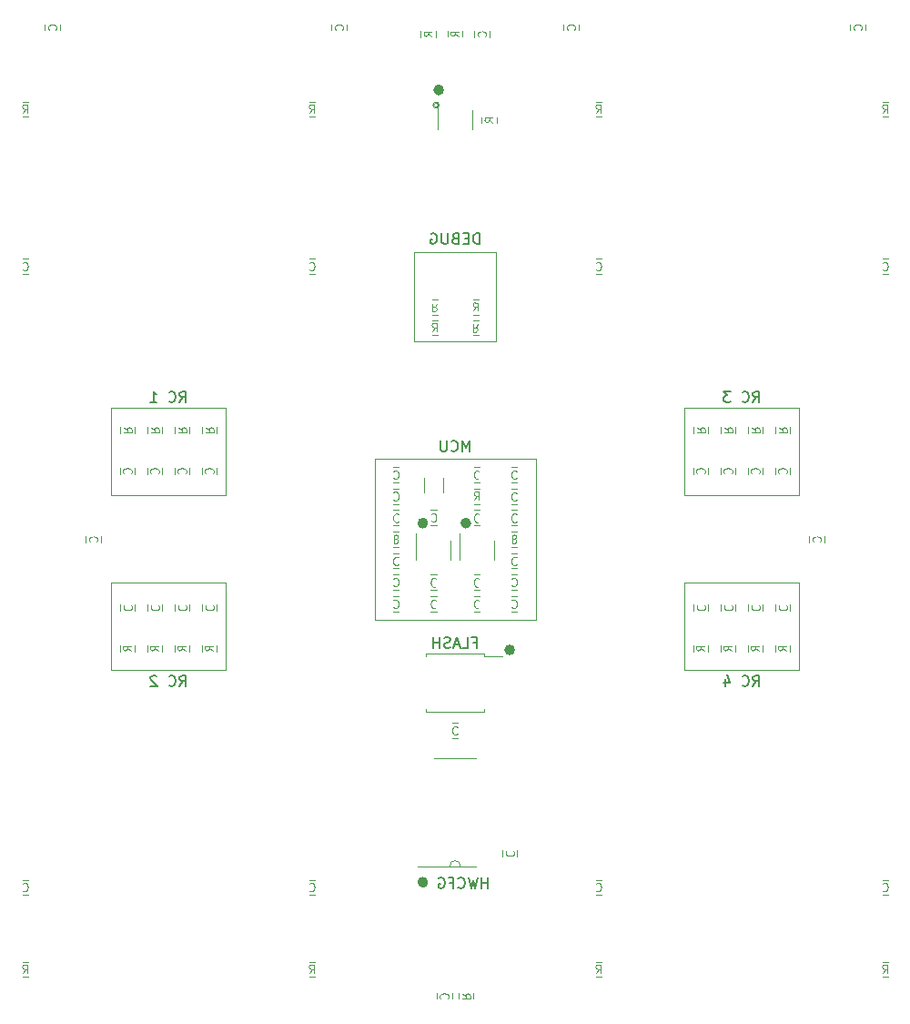
<source format=gbr>
G04 #@! TF.GenerationSoftware,KiCad,Pcbnew,(5.1.2)-2*
G04 #@! TF.CreationDate,2019-09-05T19:51:27+02:00*
G04 #@! TF.ProjectId,PBF4,50424634-2e6b-4696-9361-645f70636258,rev?*
G04 #@! TF.SameCoordinates,Original*
G04 #@! TF.FileFunction,Legend,Bot*
G04 #@! TF.FilePolarity,Positive*
%FSLAX46Y46*%
G04 Gerber Fmt 4.6, Leading zero omitted, Abs format (unit mm)*
G04 Created by KiCad (PCBNEW (5.1.2)-2) date 2019-09-05 19:51:27*
%MOMM*%
%LPD*%
G04 APERTURE LIST*
%ADD10C,0.150000*%
%ADD11C,0.120000*%
%ADD12C,0.500000*%
G04 APERTURE END LIST*
D10*
X102238095Y-72512380D02*
X102238095Y-71512380D01*
X102000000Y-71512380D01*
X101857142Y-71560000D01*
X101761904Y-71655238D01*
X101714285Y-71750476D01*
X101666666Y-71940952D01*
X101666666Y-72083809D01*
X101714285Y-72274285D01*
X101761904Y-72369523D01*
X101857142Y-72464761D01*
X102000000Y-72512380D01*
X102238095Y-72512380D01*
X101238095Y-71988571D02*
X100904761Y-71988571D01*
X100761904Y-72512380D02*
X101238095Y-72512380D01*
X101238095Y-71512380D01*
X100761904Y-71512380D01*
X100000000Y-71988571D02*
X99857142Y-72036190D01*
X99809523Y-72083809D01*
X99761904Y-72179047D01*
X99761904Y-72321904D01*
X99809523Y-72417142D01*
X99857142Y-72464761D01*
X99952380Y-72512380D01*
X100333333Y-72512380D01*
X100333333Y-71512380D01*
X100000000Y-71512380D01*
X99904761Y-71560000D01*
X99857142Y-71607619D01*
X99809523Y-71702857D01*
X99809523Y-71798095D01*
X99857142Y-71893333D01*
X99904761Y-71940952D01*
X100000000Y-71988571D01*
X100333333Y-71988571D01*
X99333333Y-71512380D02*
X99333333Y-72321904D01*
X99285714Y-72417142D01*
X99238095Y-72464761D01*
X99142857Y-72512380D01*
X98952380Y-72512380D01*
X98857142Y-72464761D01*
X98809523Y-72417142D01*
X98761904Y-72321904D01*
X98761904Y-71512380D01*
X97761904Y-71560000D02*
X97857142Y-71512380D01*
X98000000Y-71512380D01*
X98142857Y-71560000D01*
X98238095Y-71655238D01*
X98285714Y-71750476D01*
X98333333Y-71940952D01*
X98333333Y-72083809D01*
X98285714Y-72274285D01*
X98238095Y-72369523D01*
X98142857Y-72464761D01*
X98000000Y-72512380D01*
X97904761Y-72512380D01*
X97761904Y-72464761D01*
X97714285Y-72417142D01*
X97714285Y-72083809D01*
X97904761Y-72083809D01*
D11*
X103810000Y-73330000D02*
X96190000Y-73330000D01*
X103810000Y-81585000D02*
X103810000Y-73330000D01*
X96190000Y-81585000D02*
X103810000Y-81585000D01*
X96190000Y-73330000D02*
X96190000Y-81585000D01*
D10*
X101690476Y-109580571D02*
X102023809Y-109580571D01*
X102023809Y-110104380D02*
X102023809Y-109104380D01*
X101547619Y-109104380D01*
X100690476Y-110104380D02*
X101166666Y-110104380D01*
X101166666Y-109104380D01*
X100404761Y-109818666D02*
X99928571Y-109818666D01*
X100500000Y-110104380D02*
X100166666Y-109104380D01*
X99833333Y-110104380D01*
X99547619Y-110056761D02*
X99404761Y-110104380D01*
X99166666Y-110104380D01*
X99071428Y-110056761D01*
X99023809Y-110009142D01*
X98976190Y-109913904D01*
X98976190Y-109818666D01*
X99023809Y-109723428D01*
X99071428Y-109675809D01*
X99166666Y-109628190D01*
X99357142Y-109580571D01*
X99452380Y-109532952D01*
X99500000Y-109485333D01*
X99547619Y-109390095D01*
X99547619Y-109294857D01*
X99500000Y-109199619D01*
X99452380Y-109152000D01*
X99357142Y-109104380D01*
X99119047Y-109104380D01*
X98976190Y-109152000D01*
X98547619Y-110104380D02*
X98547619Y-109104380D01*
X98547619Y-109580571D02*
X97976190Y-109580571D01*
X97976190Y-110104380D02*
X97976190Y-109104380D01*
X103047714Y-132456380D02*
X103047714Y-131456380D01*
X103047714Y-131932571D02*
X102476285Y-131932571D01*
X102476285Y-132456380D02*
X102476285Y-131456380D01*
X102095333Y-131456380D02*
X101857238Y-132456380D01*
X101666761Y-131742095D01*
X101476285Y-132456380D01*
X101238190Y-131456380D01*
X100285809Y-132361142D02*
X100333428Y-132408761D01*
X100476285Y-132456380D01*
X100571523Y-132456380D01*
X100714380Y-132408761D01*
X100809619Y-132313523D01*
X100857238Y-132218285D01*
X100904857Y-132027809D01*
X100904857Y-131884952D01*
X100857238Y-131694476D01*
X100809619Y-131599238D01*
X100714380Y-131504000D01*
X100571523Y-131456380D01*
X100476285Y-131456380D01*
X100333428Y-131504000D01*
X100285809Y-131551619D01*
X99523904Y-131932571D02*
X99857238Y-131932571D01*
X99857238Y-132456380D02*
X99857238Y-131456380D01*
X99381047Y-131456380D01*
X98476285Y-131504000D02*
X98571523Y-131456380D01*
X98714380Y-131456380D01*
X98857238Y-131504000D01*
X98952476Y-131599238D01*
X99000095Y-131694476D01*
X99047714Y-131884952D01*
X99047714Y-132027809D01*
X99000095Y-132218285D01*
X98952476Y-132313523D01*
X98857238Y-132408761D01*
X98714380Y-132456380D01*
X98619142Y-132456380D01*
X98476285Y-132408761D01*
X98428666Y-132361142D01*
X98428666Y-132027809D01*
X98619142Y-132027809D01*
X127717619Y-113660380D02*
X128050952Y-113184190D01*
X128289047Y-113660380D02*
X128289047Y-112660380D01*
X127908095Y-112660380D01*
X127812857Y-112708000D01*
X127765238Y-112755619D01*
X127717619Y-112850857D01*
X127717619Y-112993714D01*
X127765238Y-113088952D01*
X127812857Y-113136571D01*
X127908095Y-113184190D01*
X128289047Y-113184190D01*
X126717619Y-113565142D02*
X126765238Y-113612761D01*
X126908095Y-113660380D01*
X127003333Y-113660380D01*
X127146190Y-113612761D01*
X127241428Y-113517523D01*
X127289047Y-113422285D01*
X127336666Y-113231809D01*
X127336666Y-113088952D01*
X127289047Y-112898476D01*
X127241428Y-112803238D01*
X127146190Y-112708000D01*
X127003333Y-112660380D01*
X126908095Y-112660380D01*
X126765238Y-112708000D01*
X126717619Y-112755619D01*
X125098571Y-112993714D02*
X125098571Y-113660380D01*
X125336666Y-112612761D02*
X125574761Y-113327047D01*
X124955714Y-113327047D01*
X127717619Y-87244380D02*
X128050952Y-86768190D01*
X128289047Y-87244380D02*
X128289047Y-86244380D01*
X127908095Y-86244380D01*
X127812857Y-86292000D01*
X127765238Y-86339619D01*
X127717619Y-86434857D01*
X127717619Y-86577714D01*
X127765238Y-86672952D01*
X127812857Y-86720571D01*
X127908095Y-86768190D01*
X128289047Y-86768190D01*
X126717619Y-87149142D02*
X126765238Y-87196761D01*
X126908095Y-87244380D01*
X127003333Y-87244380D01*
X127146190Y-87196761D01*
X127241428Y-87101523D01*
X127289047Y-87006285D01*
X127336666Y-86815809D01*
X127336666Y-86672952D01*
X127289047Y-86482476D01*
X127241428Y-86387238D01*
X127146190Y-86292000D01*
X127003333Y-86244380D01*
X126908095Y-86244380D01*
X126765238Y-86292000D01*
X126717619Y-86339619D01*
X125622380Y-86244380D02*
X125003333Y-86244380D01*
X125336666Y-86625333D01*
X125193809Y-86625333D01*
X125098571Y-86672952D01*
X125050952Y-86720571D01*
X125003333Y-86815809D01*
X125003333Y-87053904D01*
X125050952Y-87149142D01*
X125098571Y-87196761D01*
X125193809Y-87244380D01*
X125479523Y-87244380D01*
X125574761Y-87196761D01*
X125622380Y-87149142D01*
X74377619Y-113660380D02*
X74710952Y-113184190D01*
X74949047Y-113660380D02*
X74949047Y-112660380D01*
X74568095Y-112660380D01*
X74472857Y-112708000D01*
X74425238Y-112755619D01*
X74377619Y-112850857D01*
X74377619Y-112993714D01*
X74425238Y-113088952D01*
X74472857Y-113136571D01*
X74568095Y-113184190D01*
X74949047Y-113184190D01*
X73377619Y-113565142D02*
X73425238Y-113612761D01*
X73568095Y-113660380D01*
X73663333Y-113660380D01*
X73806190Y-113612761D01*
X73901428Y-113517523D01*
X73949047Y-113422285D01*
X73996666Y-113231809D01*
X73996666Y-113088952D01*
X73949047Y-112898476D01*
X73901428Y-112803238D01*
X73806190Y-112708000D01*
X73663333Y-112660380D01*
X73568095Y-112660380D01*
X73425238Y-112708000D01*
X73377619Y-112755619D01*
X72234761Y-112755619D02*
X72187142Y-112708000D01*
X72091904Y-112660380D01*
X71853809Y-112660380D01*
X71758571Y-112708000D01*
X71710952Y-112755619D01*
X71663333Y-112850857D01*
X71663333Y-112946095D01*
X71710952Y-113088952D01*
X72282380Y-113660380D01*
X71663333Y-113660380D01*
X74377619Y-87244380D02*
X74710952Y-86768190D01*
X74949047Y-87244380D02*
X74949047Y-86244380D01*
X74568095Y-86244380D01*
X74472857Y-86292000D01*
X74425238Y-86339619D01*
X74377619Y-86434857D01*
X74377619Y-86577714D01*
X74425238Y-86672952D01*
X74472857Y-86720571D01*
X74568095Y-86768190D01*
X74949047Y-86768190D01*
X73377619Y-87149142D02*
X73425238Y-87196761D01*
X73568095Y-87244380D01*
X73663333Y-87244380D01*
X73806190Y-87196761D01*
X73901428Y-87101523D01*
X73949047Y-87006285D01*
X73996666Y-86815809D01*
X73996666Y-86672952D01*
X73949047Y-86482476D01*
X73901428Y-86387238D01*
X73806190Y-86292000D01*
X73663333Y-86244380D01*
X73568095Y-86244380D01*
X73425238Y-86292000D01*
X73377619Y-86339619D01*
X71663333Y-87244380D02*
X72234761Y-87244380D01*
X71949047Y-87244380D02*
X71949047Y-86244380D01*
X72044285Y-86387238D01*
X72139523Y-86482476D01*
X72234761Y-86530095D01*
X101357142Y-91816380D02*
X101357142Y-90816380D01*
X101023809Y-91530666D01*
X100690476Y-90816380D01*
X100690476Y-91816380D01*
X99642857Y-91721142D02*
X99690476Y-91768761D01*
X99833333Y-91816380D01*
X99928571Y-91816380D01*
X100071428Y-91768761D01*
X100166666Y-91673523D01*
X100214285Y-91578285D01*
X100261904Y-91387809D01*
X100261904Y-91244952D01*
X100214285Y-91054476D01*
X100166666Y-90959238D01*
X100071428Y-90864000D01*
X99928571Y-90816380D01*
X99833333Y-90816380D01*
X99690476Y-90864000D01*
X99642857Y-90911619D01*
X99214285Y-90816380D02*
X99214285Y-91625904D01*
X99166666Y-91721142D01*
X99119047Y-91768761D01*
X99023809Y-91816380D01*
X98833333Y-91816380D01*
X98738095Y-91768761D01*
X98690476Y-91721142D01*
X98642857Y-91625904D01*
X98642857Y-90816380D01*
D11*
X121336000Y-112192000D02*
X121336000Y-104064000D01*
X132004000Y-112192000D02*
X121336000Y-112192000D01*
X132004000Y-104064000D02*
X132004000Y-112192000D01*
X121336000Y-104064000D02*
X132004000Y-104064000D01*
X121336000Y-95936000D02*
X121336000Y-87808000D01*
X132004000Y-95936000D02*
X121336000Y-95936000D01*
X132004000Y-87808000D02*
X132004000Y-95936000D01*
X121336000Y-87808000D02*
X132004000Y-87808000D01*
X67996000Y-104064000D02*
X67996000Y-112192000D01*
X78664000Y-104064000D02*
X67996000Y-104064000D01*
X78664000Y-112192000D02*
X78664000Y-104064000D01*
X67996000Y-112192000D02*
X78664000Y-112192000D01*
X67996000Y-95936000D02*
X67996000Y-87808000D01*
X78664000Y-95936000D02*
X67996000Y-95936000D01*
X78664000Y-87808000D02*
X78664000Y-95936000D01*
X67996000Y-87808000D02*
X78664000Y-87808000D01*
X92500000Y-107500000D02*
X92500000Y-92500000D01*
X107500000Y-107500000D02*
X92500000Y-107500000D01*
X107500000Y-92500000D02*
X107500000Y-107500000D01*
X92500000Y-92500000D02*
X107500000Y-92500000D01*
X98505981Y-59614000D02*
G75*
G03X98505981Y-59614000I-283981J0D01*
G01*
X98401605Y-59614000D02*
G75*
G03X98401605Y-59614000I-179605J0D01*
G01*
X62662000Y-52146400D02*
X62535000Y-52121000D01*
X62814400Y-52197200D02*
X62662000Y-52146400D01*
X62916000Y-52324200D02*
X62814400Y-52197200D01*
X62916000Y-52476600D02*
X62916000Y-52324200D01*
X62839800Y-52603600D02*
X62916000Y-52476600D01*
X62382600Y-52146400D02*
X62509600Y-52121000D01*
X62230200Y-52197200D02*
X62382600Y-52146400D01*
X62128600Y-52324200D02*
X62230200Y-52197200D01*
X62128600Y-52476600D02*
X62128600Y-52324200D01*
X62204800Y-52603600D02*
X62128600Y-52476600D01*
X63245000Y-52116422D02*
X63245000Y-52633578D01*
X61825000Y-52116422D02*
X61825000Y-52633578D01*
X140233600Y-132512000D02*
X140259000Y-132385000D01*
X140182800Y-132664400D02*
X140233600Y-132512000D01*
X140055800Y-132766000D02*
X140182800Y-132664400D01*
X139903400Y-132766000D02*
X140055800Y-132766000D01*
X139776400Y-132689800D02*
X139903400Y-132766000D01*
X140233600Y-132232600D02*
X140259000Y-132359600D01*
X140182800Y-132080200D02*
X140233600Y-132232600D01*
X140055800Y-131978600D02*
X140182800Y-132080200D01*
X139903400Y-131978600D02*
X140055800Y-131978600D01*
X139776400Y-132054800D02*
X139903400Y-131978600D01*
X140263578Y-133095000D02*
X139746422Y-133095000D01*
X140263578Y-131675000D02*
X139746422Y-131675000D01*
X140233600Y-74727000D02*
X140259000Y-74600000D01*
X140182800Y-74879400D02*
X140233600Y-74727000D01*
X140055800Y-74981000D02*
X140182800Y-74879400D01*
X139903400Y-74981000D02*
X140055800Y-74981000D01*
X139776400Y-74904800D02*
X139903400Y-74981000D01*
X140233600Y-74447600D02*
X140259000Y-74574600D01*
X140182800Y-74295200D02*
X140233600Y-74447600D01*
X140055800Y-74193600D02*
X140182800Y-74295200D01*
X139903400Y-74193600D02*
X140055800Y-74193600D01*
X139776400Y-74269800D02*
X139903400Y-74193600D01*
X140263578Y-75310000D02*
X139746422Y-75310000D01*
X140263578Y-73890000D02*
X139746422Y-73890000D01*
X137592000Y-52146400D02*
X137465000Y-52121000D01*
X137744400Y-52197200D02*
X137592000Y-52146400D01*
X137846000Y-52324200D02*
X137744400Y-52197200D01*
X137846000Y-52476600D02*
X137846000Y-52324200D01*
X137769800Y-52603600D02*
X137846000Y-52476600D01*
X137312600Y-52146400D02*
X137439600Y-52121000D01*
X137160200Y-52197200D02*
X137312600Y-52146400D01*
X137058600Y-52324200D02*
X137160200Y-52197200D01*
X137058600Y-52476600D02*
X137058600Y-52324200D01*
X137134800Y-52603600D02*
X137058600Y-52476600D01*
X138175000Y-52116422D02*
X138175000Y-52633578D01*
X136755000Y-52116422D02*
X136755000Y-52633578D01*
X113563600Y-132512000D02*
X113589000Y-132385000D01*
X113512800Y-132664400D02*
X113563600Y-132512000D01*
X113385800Y-132766000D02*
X113512800Y-132664400D01*
X113233400Y-132766000D02*
X113385800Y-132766000D01*
X113106400Y-132689800D02*
X113233400Y-132766000D01*
X113563600Y-132232600D02*
X113589000Y-132359600D01*
X113512800Y-132080200D02*
X113563600Y-132232600D01*
X113385800Y-131978600D02*
X113512800Y-132080200D01*
X113233400Y-131978600D02*
X113385800Y-131978600D01*
X113106400Y-132054800D02*
X113233400Y-131978600D01*
X113593578Y-133095000D02*
X113076422Y-133095000D01*
X113593578Y-131675000D02*
X113076422Y-131675000D01*
X113563600Y-74727000D02*
X113589000Y-74600000D01*
X113512800Y-74879400D02*
X113563600Y-74727000D01*
X113385800Y-74981000D02*
X113512800Y-74879400D01*
X113233400Y-74981000D02*
X113385800Y-74981000D01*
X113106400Y-74904800D02*
X113233400Y-74981000D01*
X113563600Y-74447600D02*
X113589000Y-74574600D01*
X113512800Y-74295200D02*
X113563600Y-74447600D01*
X113385800Y-74193600D02*
X113512800Y-74295200D01*
X113233400Y-74193600D02*
X113385800Y-74193600D01*
X113106400Y-74269800D02*
X113233400Y-74193600D01*
X113593578Y-75310000D02*
X113076422Y-75310000D01*
X113593578Y-73890000D02*
X113076422Y-73890000D01*
X110922000Y-52146400D02*
X110795000Y-52121000D01*
X111074400Y-52197200D02*
X110922000Y-52146400D01*
X111176000Y-52324200D02*
X111074400Y-52197200D01*
X111176000Y-52476600D02*
X111176000Y-52324200D01*
X111099800Y-52603600D02*
X111176000Y-52476600D01*
X110642600Y-52146400D02*
X110769600Y-52121000D01*
X110490200Y-52197200D02*
X110642600Y-52146400D01*
X110388600Y-52324200D02*
X110490200Y-52197200D01*
X110388600Y-52476600D02*
X110388600Y-52324200D01*
X110464800Y-52603600D02*
X110388600Y-52476600D01*
X111505000Y-52116422D02*
X111505000Y-52633578D01*
X110085000Y-52116422D02*
X110085000Y-52633578D01*
X86893600Y-132512000D02*
X86919000Y-132385000D01*
X86842800Y-132664400D02*
X86893600Y-132512000D01*
X86715800Y-132766000D02*
X86842800Y-132664400D01*
X86563400Y-132766000D02*
X86715800Y-132766000D01*
X86436400Y-132689800D02*
X86563400Y-132766000D01*
X86893600Y-132232600D02*
X86919000Y-132359600D01*
X86842800Y-132080200D02*
X86893600Y-132232600D01*
X86715800Y-131978600D02*
X86842800Y-132080200D01*
X86563400Y-131978600D02*
X86715800Y-131978600D01*
X86436400Y-132054800D02*
X86563400Y-131978600D01*
X86923578Y-133095000D02*
X86406422Y-133095000D01*
X86923578Y-131675000D02*
X86406422Y-131675000D01*
X86893600Y-74727000D02*
X86919000Y-74600000D01*
X86842800Y-74879400D02*
X86893600Y-74727000D01*
X86715800Y-74981000D02*
X86842800Y-74879400D01*
X86563400Y-74981000D02*
X86715800Y-74981000D01*
X86436400Y-74904800D02*
X86563400Y-74981000D01*
X86893600Y-74447600D02*
X86919000Y-74574600D01*
X86842800Y-74295200D02*
X86893600Y-74447600D01*
X86715800Y-74193600D02*
X86842800Y-74295200D01*
X86563400Y-74193600D02*
X86715800Y-74193600D01*
X86436400Y-74269800D02*
X86563400Y-74193600D01*
X86923578Y-75310000D02*
X86406422Y-75310000D01*
X86923578Y-73890000D02*
X86406422Y-73890000D01*
X89332000Y-52146400D02*
X89205000Y-52121000D01*
X89484400Y-52197200D02*
X89332000Y-52146400D01*
X89586000Y-52324200D02*
X89484400Y-52197200D01*
X89586000Y-52476600D02*
X89586000Y-52324200D01*
X89509800Y-52603600D02*
X89586000Y-52476600D01*
X89052600Y-52146400D02*
X89179600Y-52121000D01*
X88900200Y-52197200D02*
X89052600Y-52146400D01*
X88798600Y-52324200D02*
X88900200Y-52197200D01*
X88798600Y-52476600D02*
X88798600Y-52324200D01*
X88874800Y-52603600D02*
X88798600Y-52476600D01*
X89915000Y-52116422D02*
X89915000Y-52633578D01*
X88495000Y-52116422D02*
X88495000Y-52633578D01*
X60223600Y-132512000D02*
X60249000Y-132385000D01*
X60172800Y-132664400D02*
X60223600Y-132512000D01*
X60045800Y-132766000D02*
X60172800Y-132664400D01*
X59893400Y-132766000D02*
X60045800Y-132766000D01*
X59766400Y-132689800D02*
X59893400Y-132766000D01*
X60223600Y-132232600D02*
X60249000Y-132359600D01*
X60172800Y-132080200D02*
X60223600Y-132232600D01*
X60045800Y-131978600D02*
X60172800Y-132080200D01*
X59893400Y-131978600D02*
X60045800Y-131978600D01*
X59766400Y-132054800D02*
X59893400Y-131978600D01*
X60253578Y-133095000D02*
X59736422Y-133095000D01*
X60253578Y-131675000D02*
X59736422Y-131675000D01*
X60223600Y-74727000D02*
X60249000Y-74600000D01*
X60172800Y-74879400D02*
X60223600Y-74727000D01*
X60045800Y-74981000D02*
X60172800Y-74879400D01*
X59893400Y-74981000D02*
X60045800Y-74981000D01*
X59766400Y-74904800D02*
X59893400Y-74981000D01*
X60223600Y-74447600D02*
X60249000Y-74574600D01*
X60172800Y-74295200D02*
X60223600Y-74447600D01*
X60045800Y-74193600D02*
X60172800Y-74295200D01*
X59893400Y-74193600D02*
X60045800Y-74193600D01*
X59766400Y-74269800D02*
X59893400Y-74193600D01*
X60253578Y-75310000D02*
X59736422Y-75310000D01*
X60253578Y-73890000D02*
X59736422Y-73890000D01*
D12*
X105330000Y-110287000D02*
G75*
G03X105330000Y-110287000I-250000J0D01*
G01*
D11*
X102725000Y-110870000D02*
X104400000Y-110870000D01*
X102725000Y-110610000D02*
X102725000Y-110870000D01*
X100000000Y-110610000D02*
X102725000Y-110610000D01*
X97275000Y-110610000D02*
X97275000Y-110870000D01*
X100000000Y-110610000D02*
X97275000Y-110610000D01*
X102725000Y-116060000D02*
X102725000Y-115800000D01*
X100000000Y-116060000D02*
X102725000Y-116060000D01*
X97275000Y-116060000D02*
X97275000Y-115800000D01*
X100000000Y-116060000D02*
X97275000Y-116060000D01*
X97125000Y-94325000D02*
X97125000Y-95675000D01*
X98875000Y-94325000D02*
X98875000Y-95675000D01*
D12*
X98726000Y-58206000D02*
G75*
G03X98726000Y-58206000I-250000J0D01*
G01*
D11*
X98390000Y-61900000D02*
X98390000Y-59450000D01*
X101610000Y-60100000D02*
X101610000Y-61900000D01*
X97093600Y-53035400D02*
G75*
G03X97500000Y-53035400I203200J0D01*
G01*
X97830200Y-53238600D02*
X97500000Y-53010000D01*
X97500000Y-52806800D02*
X97500000Y-53035400D01*
X97093600Y-52806800D02*
X97093600Y-53086200D01*
X97830200Y-52806800D02*
X97093600Y-52806800D01*
X98210000Y-52751422D02*
X98210000Y-53268578D01*
X96790000Y-52751422D02*
X96790000Y-53268578D01*
X100500000Y-130400000D02*
G75*
G03X99500000Y-130400000I-500000J0D01*
G01*
X100000000Y-120340000D02*
X101950000Y-120340000D01*
X100000000Y-120340000D02*
X98050000Y-120340000D01*
X100000000Y-130460000D02*
X101950000Y-130460000D01*
X100000000Y-130460000D02*
X96550000Y-130460000D01*
D12*
X97250000Y-131900000D02*
G75*
G03X97250000Y-131900000I-250000J0D01*
G01*
X101250000Y-98500000D02*
G75*
G03X101250000Y-98500000I-250000J0D01*
G01*
D11*
X100390000Y-101900000D02*
X100390000Y-99450000D01*
X103610000Y-100100000D02*
X103610000Y-101900000D01*
D12*
X97250000Y-98500000D02*
G75*
G03X97250000Y-98500000I-250000J0D01*
G01*
D11*
X96390000Y-101900000D02*
X96390000Y-99450000D01*
X99610000Y-100100000D02*
X99610000Y-101900000D01*
X105271400Y-93873000D02*
X105246000Y-94000000D01*
X105322200Y-93720600D02*
X105271400Y-93873000D01*
X105449200Y-93619000D02*
X105322200Y-93720600D01*
X105601600Y-93619000D02*
X105449200Y-93619000D01*
X105728600Y-93695200D02*
X105601600Y-93619000D01*
X105271400Y-94152400D02*
X105246000Y-94025400D01*
X105322200Y-94304800D02*
X105271400Y-94152400D01*
X105449200Y-94406400D02*
X105322200Y-94304800D01*
X105601600Y-94406400D02*
X105449200Y-94406400D01*
X105728600Y-94330200D02*
X105601600Y-94406400D01*
X105241422Y-93290000D02*
X105758578Y-93290000D01*
X105241422Y-94710000D02*
X105758578Y-94710000D01*
X105271400Y-97873000D02*
X105246000Y-98000000D01*
X105322200Y-97720600D02*
X105271400Y-97873000D01*
X105449200Y-97619000D02*
X105322200Y-97720600D01*
X105601600Y-97619000D02*
X105449200Y-97619000D01*
X105728600Y-97695200D02*
X105601600Y-97619000D01*
X105271400Y-98152400D02*
X105246000Y-98025400D01*
X105322200Y-98304800D02*
X105271400Y-98152400D01*
X105449200Y-98406400D02*
X105322200Y-98304800D01*
X105601600Y-98406400D02*
X105449200Y-98406400D01*
X105728600Y-98330200D02*
X105601600Y-98406400D01*
X105241422Y-97290000D02*
X105758578Y-97290000D01*
X105241422Y-98710000D02*
X105758578Y-98710000D01*
X101771400Y-97873000D02*
X101746000Y-98000000D01*
X101822200Y-97720600D02*
X101771400Y-97873000D01*
X101949200Y-97619000D02*
X101822200Y-97720600D01*
X102101600Y-97619000D02*
X101949200Y-97619000D01*
X102228600Y-97695200D02*
X102101600Y-97619000D01*
X101771400Y-98152400D02*
X101746000Y-98025400D01*
X101822200Y-98304800D02*
X101771400Y-98152400D01*
X101949200Y-98406400D02*
X101822200Y-98304800D01*
X102101600Y-98406400D02*
X101949200Y-98406400D01*
X102228600Y-98330200D02*
X102101600Y-98406400D01*
X101741422Y-97290000D02*
X102258578Y-97290000D01*
X101741422Y-98710000D02*
X102258578Y-98710000D01*
X101771400Y-105873000D02*
X101746000Y-106000000D01*
X101822200Y-105720600D02*
X101771400Y-105873000D01*
X101949200Y-105619000D02*
X101822200Y-105720600D01*
X102101600Y-105619000D02*
X101949200Y-105619000D01*
X102228600Y-105695200D02*
X102101600Y-105619000D01*
X101771400Y-106152400D02*
X101746000Y-106025400D01*
X101822200Y-106304800D02*
X101771400Y-106152400D01*
X101949200Y-106406400D02*
X101822200Y-106304800D01*
X102101600Y-106406400D02*
X101949200Y-106406400D01*
X102228600Y-106330200D02*
X102101600Y-106406400D01*
X101741422Y-105290000D02*
X102258578Y-105290000D01*
X101741422Y-106710000D02*
X102258578Y-106710000D01*
X101771400Y-103873000D02*
X101746000Y-104000000D01*
X101822200Y-103720600D02*
X101771400Y-103873000D01*
X101949200Y-103619000D02*
X101822200Y-103720600D01*
X102101600Y-103619000D02*
X101949200Y-103619000D01*
X102228600Y-103695200D02*
X102101600Y-103619000D01*
X101771400Y-104152400D02*
X101746000Y-104025400D01*
X101822200Y-104304800D02*
X101771400Y-104152400D01*
X101949200Y-104406400D02*
X101822200Y-104304800D01*
X102101600Y-104406400D02*
X101949200Y-104406400D01*
X102228600Y-104330200D02*
X102101600Y-104406400D01*
X101741422Y-103290000D02*
X102258578Y-103290000D01*
X101741422Y-104710000D02*
X102258578Y-104710000D01*
X94728600Y-94127000D02*
X94754000Y-94000000D01*
X94677800Y-94279400D02*
X94728600Y-94127000D01*
X94550800Y-94381000D02*
X94677800Y-94279400D01*
X94398400Y-94381000D02*
X94550800Y-94381000D01*
X94271400Y-94304800D02*
X94398400Y-94381000D01*
X94728600Y-93847600D02*
X94754000Y-93974600D01*
X94677800Y-93695200D02*
X94728600Y-93847600D01*
X94550800Y-93593600D02*
X94677800Y-93695200D01*
X94398400Y-93593600D02*
X94550800Y-93593600D01*
X94271400Y-93669800D02*
X94398400Y-93593600D01*
X94758578Y-94710000D02*
X94241422Y-94710000D01*
X94758578Y-93290000D02*
X94241422Y-93290000D01*
X101974600Y-95593600D02*
G75*
G03X101974600Y-96000000I0J-203200D01*
G01*
X101771400Y-96330200D02*
X102000000Y-96000000D01*
X102203200Y-96000000D02*
X101974600Y-96000000D01*
X102203200Y-95593600D02*
X101923800Y-95593600D01*
X102203200Y-96330200D02*
X102203200Y-95593600D01*
X102258578Y-96710000D02*
X101741422Y-96710000D01*
X102258578Y-95290000D02*
X101741422Y-95290000D01*
X94525400Y-100000000D02*
G75*
G03X94525400Y-99593600I0J203200D01*
G01*
X94296800Y-99593600D02*
X94525400Y-99593600D01*
X94296800Y-100000000D02*
X94576200Y-100000000D01*
X94525400Y-100406400D02*
G75*
G03X94525400Y-100000000I0J203200D01*
G01*
X94296800Y-100000000D02*
X94525400Y-100000000D01*
X94296800Y-100406400D02*
X94576200Y-100406400D01*
X94296800Y-99593600D02*
X94296800Y-100406400D01*
X94241422Y-99290000D02*
X94758578Y-99290000D01*
X94241422Y-100710000D02*
X94758578Y-100710000D01*
X105525400Y-100000000D02*
G75*
G03X105525400Y-99593600I0J203200D01*
G01*
X105296800Y-99593600D02*
X105525400Y-99593600D01*
X105296800Y-100000000D02*
X105576200Y-100000000D01*
X105525400Y-100406400D02*
G75*
G03X105525400Y-100000000I0J203200D01*
G01*
X105296800Y-100000000D02*
X105525400Y-100000000D01*
X105296800Y-100406400D02*
X105576200Y-100406400D01*
X105296800Y-99593600D02*
X105296800Y-100406400D01*
X105241422Y-99290000D02*
X105758578Y-99290000D01*
X105241422Y-100710000D02*
X105758578Y-100710000D01*
X94728600Y-96127000D02*
X94754000Y-96000000D01*
X94677800Y-96279400D02*
X94728600Y-96127000D01*
X94550800Y-96381000D02*
X94677800Y-96279400D01*
X94398400Y-96381000D02*
X94550800Y-96381000D01*
X94271400Y-96304800D02*
X94398400Y-96381000D01*
X94728600Y-95847600D02*
X94754000Y-95974600D01*
X94677800Y-95695200D02*
X94728600Y-95847600D01*
X94550800Y-95593600D02*
X94677800Y-95695200D01*
X94398400Y-95593600D02*
X94550800Y-95593600D01*
X94271400Y-95669800D02*
X94398400Y-95593600D01*
X94758578Y-96710000D02*
X94241422Y-96710000D01*
X94758578Y-95290000D02*
X94241422Y-95290000D01*
X101771400Y-93873000D02*
X101746000Y-94000000D01*
X101822200Y-93720600D02*
X101771400Y-93873000D01*
X101949200Y-93619000D02*
X101822200Y-93720600D01*
X102101600Y-93619000D02*
X101949200Y-93619000D01*
X102228600Y-93695200D02*
X102101600Y-93619000D01*
X101771400Y-94152400D02*
X101746000Y-94025400D01*
X101822200Y-94304800D02*
X101771400Y-94152400D01*
X101949200Y-94406400D02*
X101822200Y-94304800D01*
X102101600Y-94406400D02*
X101949200Y-94406400D01*
X102228600Y-94330200D02*
X102101600Y-94406400D01*
X101741422Y-93290000D02*
X102258578Y-93290000D01*
X101741422Y-94710000D02*
X102258578Y-94710000D01*
X105728600Y-104127000D02*
X105754000Y-104000000D01*
X105677800Y-104279400D02*
X105728600Y-104127000D01*
X105550800Y-104381000D02*
X105677800Y-104279400D01*
X105398400Y-104381000D02*
X105550800Y-104381000D01*
X105271400Y-104304800D02*
X105398400Y-104381000D01*
X105728600Y-103847600D02*
X105754000Y-103974600D01*
X105677800Y-103695200D02*
X105728600Y-103847600D01*
X105550800Y-103593600D02*
X105677800Y-103695200D01*
X105398400Y-103593600D02*
X105550800Y-103593600D01*
X105271400Y-103669800D02*
X105398400Y-103593600D01*
X105758578Y-104710000D02*
X105241422Y-104710000D01*
X105758578Y-103290000D02*
X105241422Y-103290000D01*
X94728600Y-106127000D02*
X94754000Y-106000000D01*
X94677800Y-106279400D02*
X94728600Y-106127000D01*
X94550800Y-106381000D02*
X94677800Y-106279400D01*
X94398400Y-106381000D02*
X94550800Y-106381000D01*
X94271400Y-106304800D02*
X94398400Y-106381000D01*
X94728600Y-105847600D02*
X94754000Y-105974600D01*
X94677800Y-105695200D02*
X94728600Y-105847600D01*
X94550800Y-105593600D02*
X94677800Y-105695200D01*
X94398400Y-105593600D02*
X94550800Y-105593600D01*
X94271400Y-105669800D02*
X94398400Y-105593600D01*
X94758578Y-106710000D02*
X94241422Y-106710000D01*
X94758578Y-105290000D02*
X94241422Y-105290000D01*
X105728600Y-106127000D02*
X105754000Y-106000000D01*
X105677800Y-106279400D02*
X105728600Y-106127000D01*
X105550800Y-106381000D02*
X105677800Y-106279400D01*
X105398400Y-106381000D02*
X105550800Y-106381000D01*
X105271400Y-106304800D02*
X105398400Y-106381000D01*
X105728600Y-105847600D02*
X105754000Y-105974600D01*
X105677800Y-105695200D02*
X105728600Y-105847600D01*
X105550800Y-105593600D02*
X105677800Y-105695200D01*
X105398400Y-105593600D02*
X105550800Y-105593600D01*
X105271400Y-105669800D02*
X105398400Y-105593600D01*
X105758578Y-106710000D02*
X105241422Y-106710000D01*
X105758578Y-105290000D02*
X105241422Y-105290000D01*
X94728600Y-104127000D02*
X94754000Y-104000000D01*
X94677800Y-104279400D02*
X94728600Y-104127000D01*
X94550800Y-104381000D02*
X94677800Y-104279400D01*
X94398400Y-104381000D02*
X94550800Y-104381000D01*
X94271400Y-104304800D02*
X94398400Y-104381000D01*
X94728600Y-103847600D02*
X94754000Y-103974600D01*
X94677800Y-103695200D02*
X94728600Y-103847600D01*
X94550800Y-103593600D02*
X94677800Y-103695200D01*
X94398400Y-103593600D02*
X94550800Y-103593600D01*
X94271400Y-103669800D02*
X94398400Y-103593600D01*
X94758578Y-104710000D02*
X94241422Y-104710000D01*
X94758578Y-103290000D02*
X94241422Y-103290000D01*
X105271400Y-101873000D02*
X105246000Y-102000000D01*
X105322200Y-101720600D02*
X105271400Y-101873000D01*
X105449200Y-101619000D02*
X105322200Y-101720600D01*
X105601600Y-101619000D02*
X105449200Y-101619000D01*
X105728600Y-101695200D02*
X105601600Y-101619000D01*
X105271400Y-102152400D02*
X105246000Y-102025400D01*
X105322200Y-102304800D02*
X105271400Y-102152400D01*
X105449200Y-102406400D02*
X105322200Y-102304800D01*
X105601600Y-102406400D02*
X105449200Y-102406400D01*
X105728600Y-102330200D02*
X105601600Y-102406400D01*
X105241422Y-101290000D02*
X105758578Y-101290000D01*
X105241422Y-102710000D02*
X105758578Y-102710000D01*
X97771400Y-105873000D02*
X97746000Y-106000000D01*
X97822200Y-105720600D02*
X97771400Y-105873000D01*
X97949200Y-105619000D02*
X97822200Y-105720600D01*
X98101600Y-105619000D02*
X97949200Y-105619000D01*
X98228600Y-105695200D02*
X98101600Y-105619000D01*
X97771400Y-106152400D02*
X97746000Y-106025400D01*
X97822200Y-106304800D02*
X97771400Y-106152400D01*
X97949200Y-106406400D02*
X97822200Y-106304800D01*
X98101600Y-106406400D02*
X97949200Y-106406400D01*
X98228600Y-106330200D02*
X98101600Y-106406400D01*
X97741422Y-105290000D02*
X98258578Y-105290000D01*
X97741422Y-106710000D02*
X98258578Y-106710000D01*
X105271400Y-95873000D02*
X105246000Y-96000000D01*
X105322200Y-95720600D02*
X105271400Y-95873000D01*
X105449200Y-95619000D02*
X105322200Y-95720600D01*
X105601600Y-95619000D02*
X105449200Y-95619000D01*
X105728600Y-95695200D02*
X105601600Y-95619000D01*
X105271400Y-96152400D02*
X105246000Y-96025400D01*
X105322200Y-96304800D02*
X105271400Y-96152400D01*
X105449200Y-96406400D02*
X105322200Y-96304800D01*
X105601600Y-96406400D02*
X105449200Y-96406400D01*
X105728600Y-96330200D02*
X105601600Y-96406400D01*
X105241422Y-95290000D02*
X105758578Y-95290000D01*
X105241422Y-96710000D02*
X105758578Y-96710000D01*
X97771400Y-103873000D02*
X97746000Y-104000000D01*
X97822200Y-103720600D02*
X97771400Y-103873000D01*
X97949200Y-103619000D02*
X97822200Y-103720600D01*
X98101600Y-103619000D02*
X97949200Y-103619000D01*
X98228600Y-103695200D02*
X98101600Y-103619000D01*
X97771400Y-104152400D02*
X97746000Y-104025400D01*
X97822200Y-104304800D02*
X97771400Y-104152400D01*
X97949200Y-104406400D02*
X97822200Y-104304800D01*
X98101600Y-104406400D02*
X97949200Y-104406400D01*
X98228600Y-104330200D02*
X98101600Y-104406400D01*
X97741422Y-103290000D02*
X98258578Y-103290000D01*
X97741422Y-104710000D02*
X98258578Y-104710000D01*
X94271400Y-101873000D02*
X94246000Y-102000000D01*
X94322200Y-101720600D02*
X94271400Y-101873000D01*
X94449200Y-101619000D02*
X94322200Y-101720600D01*
X94601600Y-101619000D02*
X94449200Y-101619000D01*
X94728600Y-101695200D02*
X94601600Y-101619000D01*
X94271400Y-102152400D02*
X94246000Y-102025400D01*
X94322200Y-102304800D02*
X94271400Y-102152400D01*
X94449200Y-102406400D02*
X94322200Y-102304800D01*
X94601600Y-102406400D02*
X94449200Y-102406400D01*
X94728600Y-102330200D02*
X94601600Y-102406400D01*
X94241422Y-101290000D02*
X94758578Y-101290000D01*
X94241422Y-102710000D02*
X94758578Y-102710000D01*
X94271400Y-97873000D02*
X94246000Y-98000000D01*
X94322200Y-97720600D02*
X94271400Y-97873000D01*
X94449200Y-97619000D02*
X94322200Y-97720600D01*
X94601600Y-97619000D02*
X94449200Y-97619000D01*
X94728600Y-97695200D02*
X94601600Y-97619000D01*
X94271400Y-98152400D02*
X94246000Y-98025400D01*
X94322200Y-98304800D02*
X94271400Y-98152400D01*
X94449200Y-98406400D02*
X94322200Y-98304800D01*
X94601600Y-98406400D02*
X94449200Y-98406400D01*
X94728600Y-98330200D02*
X94601600Y-98406400D01*
X94241422Y-97290000D02*
X94758578Y-97290000D01*
X94241422Y-98710000D02*
X94758578Y-98710000D01*
X98228600Y-98127000D02*
X98254000Y-98000000D01*
X98177800Y-98279400D02*
X98228600Y-98127000D01*
X98050800Y-98381000D02*
X98177800Y-98279400D01*
X97898400Y-98381000D02*
X98050800Y-98381000D01*
X97771400Y-98304800D02*
X97898400Y-98381000D01*
X98228600Y-97847600D02*
X98254000Y-97974600D01*
X98177800Y-97695200D02*
X98228600Y-97847600D01*
X98050800Y-97593600D02*
X98177800Y-97695200D01*
X97898400Y-97593600D02*
X98050800Y-97593600D01*
X97771400Y-97669800D02*
X97898400Y-97593600D01*
X98258578Y-98710000D02*
X97741422Y-98710000D01*
X98258578Y-97290000D02*
X97741422Y-97290000D01*
X133782000Y-99771400D02*
X133655000Y-99746000D01*
X133934400Y-99822200D02*
X133782000Y-99771400D01*
X134036000Y-99949200D02*
X133934400Y-99822200D01*
X134036000Y-100101600D02*
X134036000Y-99949200D01*
X133959800Y-100228600D02*
X134036000Y-100101600D01*
X133502600Y-99771400D02*
X133629600Y-99746000D01*
X133350200Y-99822200D02*
X133502600Y-99771400D01*
X133248600Y-99949200D02*
X133350200Y-99822200D01*
X133248600Y-100101600D02*
X133248600Y-99949200D01*
X133324800Y-100228600D02*
X133248600Y-100101600D01*
X134365000Y-99741422D02*
X134365000Y-100258578D01*
X132945000Y-99741422D02*
X132945000Y-100258578D01*
X66472000Y-99771400D02*
X66345000Y-99746000D01*
X66624400Y-99822200D02*
X66472000Y-99771400D01*
X66726000Y-99949200D02*
X66624400Y-99822200D01*
X66726000Y-100101600D02*
X66726000Y-99949200D01*
X66649800Y-100228600D02*
X66726000Y-100101600D01*
X66192600Y-99771400D02*
X66319600Y-99746000D01*
X66040200Y-99822200D02*
X66192600Y-99771400D01*
X65938600Y-99949200D02*
X66040200Y-99822200D01*
X65938600Y-100101600D02*
X65938600Y-99949200D01*
X66014800Y-100228600D02*
X65938600Y-100101600D01*
X67055000Y-99741422D02*
X67055000Y-100258578D01*
X65635000Y-99741422D02*
X65635000Y-100258578D01*
X99771400Y-117653000D02*
X99746000Y-117780000D01*
X99822200Y-117500600D02*
X99771400Y-117653000D01*
X99949200Y-117399000D02*
X99822200Y-117500600D01*
X100101600Y-117399000D02*
X99949200Y-117399000D01*
X100228600Y-117475200D02*
X100101600Y-117399000D01*
X99771400Y-117932400D02*
X99746000Y-117805400D01*
X99822200Y-118084800D02*
X99771400Y-117932400D01*
X99949200Y-118186400D02*
X99822200Y-118084800D01*
X100101600Y-118186400D02*
X99949200Y-118186400D01*
X100228600Y-118110200D02*
X100101600Y-118186400D01*
X99741422Y-117070000D02*
X100258578Y-117070000D01*
X99741422Y-118490000D02*
X100258578Y-118490000D01*
X101879600Y-78003600D02*
G75*
G03X101879600Y-78410000I0J-203200D01*
G01*
X101676400Y-78740200D02*
X101905000Y-78410000D01*
X102108200Y-78410000D02*
X101879600Y-78410000D01*
X102108200Y-78003600D02*
X101828800Y-78003600D01*
X102108200Y-78740200D02*
X102108200Y-78003600D01*
X102163578Y-79120000D02*
X101646422Y-79120000D01*
X102163578Y-77700000D02*
X101646422Y-77700000D01*
X98120400Y-78816400D02*
G75*
G03X98120400Y-78410000I0J203200D01*
G01*
X98323600Y-78079800D02*
X98095000Y-78410000D01*
X97891800Y-78410000D02*
X98120400Y-78410000D01*
X97891800Y-78816400D02*
X98171200Y-78816400D01*
X97891800Y-78079800D02*
X97891800Y-78816400D01*
X97836422Y-77700000D02*
X98353578Y-77700000D01*
X97836422Y-79120000D02*
X98353578Y-79120000D01*
X101406400Y-142474600D02*
G75*
G03X101000000Y-142474600I-203200J0D01*
G01*
X100669800Y-142271400D02*
X101000000Y-142500000D01*
X101000000Y-142703200D02*
X101000000Y-142474600D01*
X101406400Y-142703200D02*
X101406400Y-142423800D01*
X100669800Y-142703200D02*
X101406400Y-142703200D01*
X100290000Y-142758578D02*
X100290000Y-142241422D01*
X101710000Y-142758578D02*
X101710000Y-142241422D01*
X99593600Y-53025400D02*
G75*
G03X100000000Y-53025400I203200J0D01*
G01*
X100330200Y-53228600D02*
X100000000Y-53000000D01*
X100000000Y-52796800D02*
X100000000Y-53025400D01*
X99593600Y-52796800D02*
X99593600Y-53076200D01*
X100330200Y-52796800D02*
X99593600Y-52796800D01*
X100710000Y-52741422D02*
X100710000Y-53258578D01*
X99290000Y-52741422D02*
X99290000Y-53258578D01*
X102768600Y-61025400D02*
G75*
G03X103175000Y-61025400I203200J0D01*
G01*
X103505200Y-61228600D02*
X103175000Y-61000000D01*
X103175000Y-60796800D02*
X103175000Y-61025400D01*
X102768600Y-60796800D02*
X102768600Y-61076200D01*
X103505200Y-60796800D02*
X102768600Y-60796800D01*
X103885000Y-60741422D02*
X103885000Y-61258578D01*
X102465000Y-60741422D02*
X102465000Y-61258578D01*
X98069600Y-79908600D02*
G75*
G03X98069600Y-80315000I0J-203200D01*
G01*
X97866400Y-80645200D02*
X98095000Y-80315000D01*
X98298200Y-80315000D02*
X98069600Y-80315000D01*
X98298200Y-79908600D02*
X98018800Y-79908600D01*
X98298200Y-80645200D02*
X98298200Y-79908600D01*
X98353578Y-81025000D02*
X97836422Y-81025000D01*
X98353578Y-79605000D02*
X97836422Y-79605000D01*
X101930400Y-80721400D02*
G75*
G03X101930400Y-80315000I0J203200D01*
G01*
X102133600Y-79984800D02*
X101905000Y-80315000D01*
X101701800Y-80315000D02*
X101930400Y-80315000D01*
X101701800Y-80721400D02*
X101981200Y-80721400D01*
X101701800Y-79984800D02*
X101701800Y-80721400D01*
X101646422Y-79605000D02*
X102163578Y-79605000D01*
X101646422Y-81025000D02*
X102163578Y-81025000D01*
X127533600Y-110185400D02*
G75*
G03X127940000Y-110185400I203200J0D01*
G01*
X128270200Y-110388600D02*
X127940000Y-110160000D01*
X127940000Y-109956800D02*
X127940000Y-110185400D01*
X127533600Y-109956800D02*
X127533600Y-110236200D01*
X128270200Y-109956800D02*
X127533600Y-109956800D01*
X128650000Y-109901422D02*
X128650000Y-110418578D01*
X127230000Y-109901422D02*
X127230000Y-110418578D01*
X130073600Y-110185400D02*
G75*
G03X130480000Y-110185400I203200J0D01*
G01*
X130810200Y-110388600D02*
X130480000Y-110160000D01*
X130480000Y-109956800D02*
X130480000Y-110185400D01*
X130073600Y-109956800D02*
X130073600Y-110236200D01*
X130810200Y-109956800D02*
X130073600Y-109956800D01*
X131190000Y-109901422D02*
X131190000Y-110418578D01*
X129770000Y-109901422D02*
X129770000Y-110418578D01*
X130886400Y-89814600D02*
G75*
G03X130480000Y-89814600I-203200J0D01*
G01*
X130149800Y-89611400D02*
X130480000Y-89840000D01*
X130480000Y-90043200D02*
X130480000Y-89814600D01*
X130886400Y-90043200D02*
X130886400Y-89763800D01*
X130149800Y-90043200D02*
X130886400Y-90043200D01*
X129770000Y-90098578D02*
X129770000Y-89581422D01*
X131190000Y-90098578D02*
X131190000Y-89581422D01*
X128346400Y-89814600D02*
G75*
G03X127940000Y-89814600I-203200J0D01*
G01*
X127609800Y-89611400D02*
X127940000Y-89840000D01*
X127940000Y-90043200D02*
X127940000Y-89814600D01*
X128346400Y-90043200D02*
X128346400Y-89763800D01*
X127609800Y-90043200D02*
X128346400Y-90043200D01*
X127230000Y-90098578D02*
X127230000Y-89581422D01*
X128650000Y-90098578D02*
X128650000Y-89581422D01*
X124993600Y-110185400D02*
G75*
G03X125400000Y-110185400I203200J0D01*
G01*
X125730200Y-110388600D02*
X125400000Y-110160000D01*
X125400000Y-109956800D02*
X125400000Y-110185400D01*
X124993600Y-109956800D02*
X124993600Y-110236200D01*
X125730200Y-109956800D02*
X124993600Y-109956800D01*
X126110000Y-109901422D02*
X126110000Y-110418578D01*
X124690000Y-109901422D02*
X124690000Y-110418578D01*
X122453600Y-110185400D02*
G75*
G03X122860000Y-110185400I203200J0D01*
G01*
X123190200Y-110388600D02*
X122860000Y-110160000D01*
X122860000Y-109956800D02*
X122860000Y-110185400D01*
X122453600Y-109956800D02*
X122453600Y-110236200D01*
X123190200Y-109956800D02*
X122453600Y-109956800D01*
X123570000Y-109901422D02*
X123570000Y-110418578D01*
X122150000Y-109901422D02*
X122150000Y-110418578D01*
X123266400Y-89814600D02*
G75*
G03X122860000Y-89814600I-203200J0D01*
G01*
X122529800Y-89611400D02*
X122860000Y-89840000D01*
X122860000Y-90043200D02*
X122860000Y-89814600D01*
X123266400Y-90043200D02*
X123266400Y-89763800D01*
X122529800Y-90043200D02*
X123266400Y-90043200D01*
X122150000Y-90098578D02*
X122150000Y-89581422D01*
X123570000Y-90098578D02*
X123570000Y-89581422D01*
X125806400Y-89814600D02*
G75*
G03X125400000Y-89814600I-203200J0D01*
G01*
X125069800Y-89611400D02*
X125400000Y-89840000D01*
X125400000Y-90043200D02*
X125400000Y-89814600D01*
X125806400Y-90043200D02*
X125806400Y-89763800D01*
X125069800Y-90043200D02*
X125806400Y-90043200D01*
X124690000Y-90098578D02*
X124690000Y-89581422D01*
X126110000Y-90098578D02*
X126110000Y-89581422D01*
X74193600Y-110185400D02*
G75*
G03X74600000Y-110185400I203200J0D01*
G01*
X74930200Y-110388600D02*
X74600000Y-110160000D01*
X74600000Y-109956800D02*
X74600000Y-110185400D01*
X74193600Y-109956800D02*
X74193600Y-110236200D01*
X74930200Y-109956800D02*
X74193600Y-109956800D01*
X75310000Y-109901422D02*
X75310000Y-110418578D01*
X73890000Y-109901422D02*
X73890000Y-110418578D01*
X76733600Y-110185400D02*
G75*
G03X77140000Y-110185400I203200J0D01*
G01*
X77470200Y-110388600D02*
X77140000Y-110160000D01*
X77140000Y-109956800D02*
X77140000Y-110185400D01*
X76733600Y-109956800D02*
X76733600Y-110236200D01*
X77470200Y-109956800D02*
X76733600Y-109956800D01*
X77850000Y-109901422D02*
X77850000Y-110418578D01*
X76430000Y-109901422D02*
X76430000Y-110418578D01*
X77546400Y-89814600D02*
G75*
G03X77140000Y-89814600I-203200J0D01*
G01*
X76809800Y-89611400D02*
X77140000Y-89840000D01*
X77140000Y-90043200D02*
X77140000Y-89814600D01*
X77546400Y-90043200D02*
X77546400Y-89763800D01*
X76809800Y-90043200D02*
X77546400Y-90043200D01*
X76430000Y-90098578D02*
X76430000Y-89581422D01*
X77850000Y-90098578D02*
X77850000Y-89581422D01*
X75006400Y-89814600D02*
G75*
G03X74600000Y-89814600I-203200J0D01*
G01*
X74269800Y-89611400D02*
X74600000Y-89840000D01*
X74600000Y-90043200D02*
X74600000Y-89814600D01*
X75006400Y-90043200D02*
X75006400Y-89763800D01*
X74269800Y-90043200D02*
X75006400Y-90043200D01*
X73890000Y-90098578D02*
X73890000Y-89581422D01*
X75310000Y-90098578D02*
X75310000Y-89581422D01*
X71653600Y-110185400D02*
G75*
G03X72060000Y-110185400I203200J0D01*
G01*
X72390200Y-110388600D02*
X72060000Y-110160000D01*
X72060000Y-109956800D02*
X72060000Y-110185400D01*
X71653600Y-109956800D02*
X71653600Y-110236200D01*
X72390200Y-109956800D02*
X71653600Y-109956800D01*
X72770000Y-109901422D02*
X72770000Y-110418578D01*
X71350000Y-109901422D02*
X71350000Y-110418578D01*
X69113600Y-110185400D02*
G75*
G03X69520000Y-110185400I203200J0D01*
G01*
X69850200Y-110388600D02*
X69520000Y-110160000D01*
X69520000Y-109956800D02*
X69520000Y-110185400D01*
X69113600Y-109956800D02*
X69113600Y-110236200D01*
X69850200Y-109956800D02*
X69113600Y-109956800D01*
X70230000Y-109901422D02*
X70230000Y-110418578D01*
X68810000Y-109901422D02*
X68810000Y-110418578D01*
X69926400Y-89814600D02*
G75*
G03X69520000Y-89814600I-203200J0D01*
G01*
X69189800Y-89611400D02*
X69520000Y-89840000D01*
X69520000Y-90043200D02*
X69520000Y-89814600D01*
X69926400Y-90043200D02*
X69926400Y-89763800D01*
X69189800Y-90043200D02*
X69926400Y-90043200D01*
X68810000Y-90098578D02*
X68810000Y-89581422D01*
X70230000Y-90098578D02*
X70230000Y-89581422D01*
X72466400Y-89814600D02*
G75*
G03X72060000Y-89814600I-203200J0D01*
G01*
X71729800Y-89611400D02*
X72060000Y-89840000D01*
X72060000Y-90043200D02*
X72060000Y-89814600D01*
X72466400Y-90043200D02*
X72466400Y-89763800D01*
X71729800Y-90043200D02*
X72466400Y-90043200D01*
X71350000Y-90098578D02*
X71350000Y-89581422D01*
X72770000Y-90098578D02*
X72770000Y-89581422D01*
X139979600Y-139598600D02*
G75*
G03X139979600Y-140005000I0J-203200D01*
G01*
X139776400Y-140335200D02*
X140005000Y-140005000D01*
X140208200Y-140005000D02*
X139979600Y-140005000D01*
X140208200Y-139598600D02*
X139928800Y-139598600D01*
X140208200Y-140335200D02*
X140208200Y-139598600D01*
X140263578Y-140715000D02*
X139746422Y-140715000D01*
X140263578Y-139295000D02*
X139746422Y-139295000D01*
X139979600Y-59588600D02*
G75*
G03X139979600Y-59995000I0J-203200D01*
G01*
X139776400Y-60325200D02*
X140005000Y-59995000D01*
X140208200Y-59995000D02*
X139979600Y-59995000D01*
X140208200Y-59588600D02*
X139928800Y-59588600D01*
X140208200Y-60325200D02*
X140208200Y-59588600D01*
X140263578Y-60705000D02*
X139746422Y-60705000D01*
X140263578Y-59285000D02*
X139746422Y-59285000D01*
X113309600Y-139598600D02*
G75*
G03X113309600Y-140005000I0J-203200D01*
G01*
X113106400Y-140335200D02*
X113335000Y-140005000D01*
X113538200Y-140005000D02*
X113309600Y-140005000D01*
X113538200Y-139598600D02*
X113258800Y-139598600D01*
X113538200Y-140335200D02*
X113538200Y-139598600D01*
X113593578Y-140715000D02*
X113076422Y-140715000D01*
X113593578Y-139295000D02*
X113076422Y-139295000D01*
X113309600Y-59588600D02*
G75*
G03X113309600Y-59995000I0J-203200D01*
G01*
X113106400Y-60325200D02*
X113335000Y-59995000D01*
X113538200Y-59995000D02*
X113309600Y-59995000D01*
X113538200Y-59588600D02*
X113258800Y-59588600D01*
X113538200Y-60325200D02*
X113538200Y-59588600D01*
X113593578Y-60705000D02*
X113076422Y-60705000D01*
X113593578Y-59285000D02*
X113076422Y-59285000D01*
X86639600Y-139598600D02*
G75*
G03X86639600Y-140005000I0J-203200D01*
G01*
X86436400Y-140335200D02*
X86665000Y-140005000D01*
X86868200Y-140005000D02*
X86639600Y-140005000D01*
X86868200Y-139598600D02*
X86588800Y-139598600D01*
X86868200Y-140335200D02*
X86868200Y-139598600D01*
X86923578Y-140715000D02*
X86406422Y-140715000D01*
X86923578Y-139295000D02*
X86406422Y-139295000D01*
X86639600Y-59588600D02*
G75*
G03X86639600Y-59995000I0J-203200D01*
G01*
X86436400Y-60325200D02*
X86665000Y-59995000D01*
X86868200Y-59995000D02*
X86639600Y-59995000D01*
X86868200Y-59588600D02*
X86588800Y-59588600D01*
X86868200Y-60325200D02*
X86868200Y-59588600D01*
X86923578Y-60705000D02*
X86406422Y-60705000D01*
X86923578Y-59285000D02*
X86406422Y-59285000D01*
X59969600Y-139598600D02*
G75*
G03X59969600Y-140005000I0J-203200D01*
G01*
X59766400Y-140335200D02*
X59995000Y-140005000D01*
X60198200Y-140005000D02*
X59969600Y-140005000D01*
X60198200Y-139598600D02*
X59918800Y-139598600D01*
X60198200Y-140335200D02*
X60198200Y-139598600D01*
X60253578Y-140715000D02*
X59736422Y-140715000D01*
X60253578Y-139295000D02*
X59736422Y-139295000D01*
X59969600Y-59588600D02*
G75*
G03X59969600Y-59995000I0J-203200D01*
G01*
X59766400Y-60325200D02*
X59995000Y-59995000D01*
X60198200Y-59995000D02*
X59969600Y-59995000D01*
X60198200Y-59588600D02*
X59918800Y-59588600D01*
X60198200Y-60325200D02*
X60198200Y-59588600D01*
X60253578Y-60705000D02*
X59736422Y-60705000D01*
X60253578Y-59285000D02*
X59736422Y-59285000D01*
X102627000Y-52781400D02*
X102500000Y-52756000D01*
X102779400Y-52832200D02*
X102627000Y-52781400D01*
X102881000Y-52959200D02*
X102779400Y-52832200D01*
X102881000Y-53111600D02*
X102881000Y-52959200D01*
X102804800Y-53238600D02*
X102881000Y-53111600D01*
X102347600Y-52781400D02*
X102474600Y-52756000D01*
X102195200Y-52832200D02*
X102347600Y-52781400D01*
X102093600Y-52959200D02*
X102195200Y-52832200D01*
X102093600Y-53111600D02*
X102093600Y-52959200D01*
X102169800Y-53238600D02*
X102093600Y-53111600D01*
X103210000Y-52751422D02*
X103210000Y-53268578D01*
X101790000Y-52751422D02*
X101790000Y-53268578D01*
X104953000Y-129438600D02*
X105080000Y-129464000D01*
X104800600Y-129387800D02*
X104953000Y-129438600D01*
X104699000Y-129260800D02*
X104800600Y-129387800D01*
X104699000Y-129108400D02*
X104699000Y-129260800D01*
X104775200Y-128981400D02*
X104699000Y-129108400D01*
X105232400Y-129438600D02*
X105105400Y-129464000D01*
X105384800Y-129387800D02*
X105232400Y-129438600D01*
X105486400Y-129260800D02*
X105384800Y-129387800D01*
X105486400Y-129108400D02*
X105486400Y-129260800D01*
X105410200Y-128981400D02*
X105486400Y-129108400D01*
X104370000Y-129468578D02*
X104370000Y-128951422D01*
X105790000Y-129468578D02*
X105790000Y-128951422D01*
X127813000Y-106578600D02*
X127940000Y-106604000D01*
X127660600Y-106527800D02*
X127813000Y-106578600D01*
X127559000Y-106400800D02*
X127660600Y-106527800D01*
X127559000Y-106248400D02*
X127559000Y-106400800D01*
X127635200Y-106121400D02*
X127559000Y-106248400D01*
X128092400Y-106578600D02*
X127965400Y-106604000D01*
X128244800Y-106527800D02*
X128092400Y-106578600D01*
X128346400Y-106400800D02*
X128244800Y-106527800D01*
X128346400Y-106248400D02*
X128346400Y-106400800D01*
X128270200Y-106121400D02*
X128346400Y-106248400D01*
X127230000Y-106608578D02*
X127230000Y-106091422D01*
X128650000Y-106608578D02*
X128650000Y-106091422D01*
X130353000Y-106578600D02*
X130480000Y-106604000D01*
X130200600Y-106527800D02*
X130353000Y-106578600D01*
X130099000Y-106400800D02*
X130200600Y-106527800D01*
X130099000Y-106248400D02*
X130099000Y-106400800D01*
X130175200Y-106121400D02*
X130099000Y-106248400D01*
X130632400Y-106578600D02*
X130505400Y-106604000D01*
X130784800Y-106527800D02*
X130632400Y-106578600D01*
X130886400Y-106400800D02*
X130784800Y-106527800D01*
X130886400Y-106248400D02*
X130886400Y-106400800D01*
X130810200Y-106121400D02*
X130886400Y-106248400D01*
X129770000Y-106608578D02*
X129770000Y-106091422D01*
X131190000Y-106608578D02*
X131190000Y-106091422D01*
X130607000Y-93421400D02*
X130480000Y-93396000D01*
X130759400Y-93472200D02*
X130607000Y-93421400D01*
X130861000Y-93599200D02*
X130759400Y-93472200D01*
X130861000Y-93751600D02*
X130861000Y-93599200D01*
X130784800Y-93878600D02*
X130861000Y-93751600D01*
X130327600Y-93421400D02*
X130454600Y-93396000D01*
X130175200Y-93472200D02*
X130327600Y-93421400D01*
X130073600Y-93599200D02*
X130175200Y-93472200D01*
X130073600Y-93751600D02*
X130073600Y-93599200D01*
X130149800Y-93878600D02*
X130073600Y-93751600D01*
X131190000Y-93391422D02*
X131190000Y-93908578D01*
X129770000Y-93391422D02*
X129770000Y-93908578D01*
X128067000Y-93421400D02*
X127940000Y-93396000D01*
X128219400Y-93472200D02*
X128067000Y-93421400D01*
X128321000Y-93599200D02*
X128219400Y-93472200D01*
X128321000Y-93751600D02*
X128321000Y-93599200D01*
X128244800Y-93878600D02*
X128321000Y-93751600D01*
X127787600Y-93421400D02*
X127914600Y-93396000D01*
X127635200Y-93472200D02*
X127787600Y-93421400D01*
X127533600Y-93599200D02*
X127635200Y-93472200D01*
X127533600Y-93751600D02*
X127533600Y-93599200D01*
X127609800Y-93878600D02*
X127533600Y-93751600D01*
X128650000Y-93391422D02*
X128650000Y-93908578D01*
X127230000Y-93391422D02*
X127230000Y-93908578D01*
X125273000Y-106578600D02*
X125400000Y-106604000D01*
X125120600Y-106527800D02*
X125273000Y-106578600D01*
X125019000Y-106400800D02*
X125120600Y-106527800D01*
X125019000Y-106248400D02*
X125019000Y-106400800D01*
X125095200Y-106121400D02*
X125019000Y-106248400D01*
X125552400Y-106578600D02*
X125425400Y-106604000D01*
X125704800Y-106527800D02*
X125552400Y-106578600D01*
X125806400Y-106400800D02*
X125704800Y-106527800D01*
X125806400Y-106248400D02*
X125806400Y-106400800D01*
X125730200Y-106121400D02*
X125806400Y-106248400D01*
X124690000Y-106608578D02*
X124690000Y-106091422D01*
X126110000Y-106608578D02*
X126110000Y-106091422D01*
X122733000Y-106578600D02*
X122860000Y-106604000D01*
X122580600Y-106527800D02*
X122733000Y-106578600D01*
X122479000Y-106400800D02*
X122580600Y-106527800D01*
X122479000Y-106248400D02*
X122479000Y-106400800D01*
X122555200Y-106121400D02*
X122479000Y-106248400D01*
X123012400Y-106578600D02*
X122885400Y-106604000D01*
X123164800Y-106527800D02*
X123012400Y-106578600D01*
X123266400Y-106400800D02*
X123164800Y-106527800D01*
X123266400Y-106248400D02*
X123266400Y-106400800D01*
X123190200Y-106121400D02*
X123266400Y-106248400D01*
X122150000Y-106608578D02*
X122150000Y-106091422D01*
X123570000Y-106608578D02*
X123570000Y-106091422D01*
X122987000Y-93421400D02*
X122860000Y-93396000D01*
X123139400Y-93472200D02*
X122987000Y-93421400D01*
X123241000Y-93599200D02*
X123139400Y-93472200D01*
X123241000Y-93751600D02*
X123241000Y-93599200D01*
X123164800Y-93878600D02*
X123241000Y-93751600D01*
X122707600Y-93421400D02*
X122834600Y-93396000D01*
X122555200Y-93472200D02*
X122707600Y-93421400D01*
X122453600Y-93599200D02*
X122555200Y-93472200D01*
X122453600Y-93751600D02*
X122453600Y-93599200D01*
X122529800Y-93878600D02*
X122453600Y-93751600D01*
X123570000Y-93391422D02*
X123570000Y-93908578D01*
X122150000Y-93391422D02*
X122150000Y-93908578D01*
X125527000Y-93421400D02*
X125400000Y-93396000D01*
X125679400Y-93472200D02*
X125527000Y-93421400D01*
X125781000Y-93599200D02*
X125679400Y-93472200D01*
X125781000Y-93751600D02*
X125781000Y-93599200D01*
X125704800Y-93878600D02*
X125781000Y-93751600D01*
X125247600Y-93421400D02*
X125374600Y-93396000D01*
X125095200Y-93472200D02*
X125247600Y-93421400D01*
X124993600Y-93599200D02*
X125095200Y-93472200D01*
X124993600Y-93751600D02*
X124993600Y-93599200D01*
X125069800Y-93878600D02*
X124993600Y-93751600D01*
X126110000Y-93391422D02*
X126110000Y-93908578D01*
X124690000Y-93391422D02*
X124690000Y-93908578D01*
X74473000Y-106578600D02*
X74600000Y-106604000D01*
X74320600Y-106527800D02*
X74473000Y-106578600D01*
X74219000Y-106400800D02*
X74320600Y-106527800D01*
X74219000Y-106248400D02*
X74219000Y-106400800D01*
X74295200Y-106121400D02*
X74219000Y-106248400D01*
X74752400Y-106578600D02*
X74625400Y-106604000D01*
X74904800Y-106527800D02*
X74752400Y-106578600D01*
X75006400Y-106400800D02*
X74904800Y-106527800D01*
X75006400Y-106248400D02*
X75006400Y-106400800D01*
X74930200Y-106121400D02*
X75006400Y-106248400D01*
X73890000Y-106608578D02*
X73890000Y-106091422D01*
X75310000Y-106608578D02*
X75310000Y-106091422D01*
X77013000Y-106578600D02*
X77140000Y-106604000D01*
X76860600Y-106527800D02*
X77013000Y-106578600D01*
X76759000Y-106400800D02*
X76860600Y-106527800D01*
X76759000Y-106248400D02*
X76759000Y-106400800D01*
X76835200Y-106121400D02*
X76759000Y-106248400D01*
X77292400Y-106578600D02*
X77165400Y-106604000D01*
X77444800Y-106527800D02*
X77292400Y-106578600D01*
X77546400Y-106400800D02*
X77444800Y-106527800D01*
X77546400Y-106248400D02*
X77546400Y-106400800D01*
X77470200Y-106121400D02*
X77546400Y-106248400D01*
X76430000Y-106608578D02*
X76430000Y-106091422D01*
X77850000Y-106608578D02*
X77850000Y-106091422D01*
X77267000Y-93421400D02*
X77140000Y-93396000D01*
X77419400Y-93472200D02*
X77267000Y-93421400D01*
X77521000Y-93599200D02*
X77419400Y-93472200D01*
X77521000Y-93751600D02*
X77521000Y-93599200D01*
X77444800Y-93878600D02*
X77521000Y-93751600D01*
X76987600Y-93421400D02*
X77114600Y-93396000D01*
X76835200Y-93472200D02*
X76987600Y-93421400D01*
X76733600Y-93599200D02*
X76835200Y-93472200D01*
X76733600Y-93751600D02*
X76733600Y-93599200D01*
X76809800Y-93878600D02*
X76733600Y-93751600D01*
X77850000Y-93391422D02*
X77850000Y-93908578D01*
X76430000Y-93391422D02*
X76430000Y-93908578D01*
X74727000Y-93421400D02*
X74600000Y-93396000D01*
X74879400Y-93472200D02*
X74727000Y-93421400D01*
X74981000Y-93599200D02*
X74879400Y-93472200D01*
X74981000Y-93751600D02*
X74981000Y-93599200D01*
X74904800Y-93878600D02*
X74981000Y-93751600D01*
X74447600Y-93421400D02*
X74574600Y-93396000D01*
X74295200Y-93472200D02*
X74447600Y-93421400D01*
X74193600Y-93599200D02*
X74295200Y-93472200D01*
X74193600Y-93751600D02*
X74193600Y-93599200D01*
X74269800Y-93878600D02*
X74193600Y-93751600D01*
X75310000Y-93391422D02*
X75310000Y-93908578D01*
X73890000Y-93391422D02*
X73890000Y-93908578D01*
X71933000Y-106578600D02*
X72060000Y-106604000D01*
X71780600Y-106527800D02*
X71933000Y-106578600D01*
X71679000Y-106400800D02*
X71780600Y-106527800D01*
X71679000Y-106248400D02*
X71679000Y-106400800D01*
X71755200Y-106121400D02*
X71679000Y-106248400D01*
X72212400Y-106578600D02*
X72085400Y-106604000D01*
X72364800Y-106527800D02*
X72212400Y-106578600D01*
X72466400Y-106400800D02*
X72364800Y-106527800D01*
X72466400Y-106248400D02*
X72466400Y-106400800D01*
X72390200Y-106121400D02*
X72466400Y-106248400D01*
X71350000Y-106608578D02*
X71350000Y-106091422D01*
X72770000Y-106608578D02*
X72770000Y-106091422D01*
X69393000Y-106578600D02*
X69520000Y-106604000D01*
X69240600Y-106527800D02*
X69393000Y-106578600D01*
X69139000Y-106400800D02*
X69240600Y-106527800D01*
X69139000Y-106248400D02*
X69139000Y-106400800D01*
X69215200Y-106121400D02*
X69139000Y-106248400D01*
X69672400Y-106578600D02*
X69545400Y-106604000D01*
X69824800Y-106527800D02*
X69672400Y-106578600D01*
X69926400Y-106400800D02*
X69824800Y-106527800D01*
X69926400Y-106248400D02*
X69926400Y-106400800D01*
X69850200Y-106121400D02*
X69926400Y-106248400D01*
X68810000Y-106608578D02*
X68810000Y-106091422D01*
X70230000Y-106608578D02*
X70230000Y-106091422D01*
X69647000Y-93421400D02*
X69520000Y-93396000D01*
X69799400Y-93472200D02*
X69647000Y-93421400D01*
X69901000Y-93599200D02*
X69799400Y-93472200D01*
X69901000Y-93751600D02*
X69901000Y-93599200D01*
X69824800Y-93878600D02*
X69901000Y-93751600D01*
X69367600Y-93421400D02*
X69494600Y-93396000D01*
X69215200Y-93472200D02*
X69367600Y-93421400D01*
X69113600Y-93599200D02*
X69215200Y-93472200D01*
X69113600Y-93751600D02*
X69113600Y-93599200D01*
X69189800Y-93878600D02*
X69113600Y-93751600D01*
X70230000Y-93391422D02*
X70230000Y-93908578D01*
X68810000Y-93391422D02*
X68810000Y-93908578D01*
X72187000Y-93421400D02*
X72060000Y-93396000D01*
X72339400Y-93472200D02*
X72187000Y-93421400D01*
X72441000Y-93599200D02*
X72339400Y-93472200D01*
X72441000Y-93751600D02*
X72441000Y-93599200D01*
X72364800Y-93878600D02*
X72441000Y-93751600D01*
X71907600Y-93421400D02*
X72034600Y-93396000D01*
X71755200Y-93472200D02*
X71907600Y-93421400D01*
X71653600Y-93599200D02*
X71755200Y-93472200D01*
X71653600Y-93751600D02*
X71653600Y-93599200D01*
X71729800Y-93878600D02*
X71653600Y-93751600D01*
X72770000Y-93391422D02*
X72770000Y-93908578D01*
X71350000Y-93391422D02*
X71350000Y-93908578D01*
X99127000Y-142271400D02*
X99000000Y-142246000D01*
X99279400Y-142322200D02*
X99127000Y-142271400D01*
X99381000Y-142449200D02*
X99279400Y-142322200D01*
X99381000Y-142601600D02*
X99381000Y-142449200D01*
X99304800Y-142728600D02*
X99381000Y-142601600D01*
X98847600Y-142271400D02*
X98974600Y-142246000D01*
X98695200Y-142322200D02*
X98847600Y-142271400D01*
X98593600Y-142449200D02*
X98695200Y-142322200D01*
X98593600Y-142601600D02*
X98593600Y-142449200D01*
X98669800Y-142728600D02*
X98593600Y-142601600D01*
X99710000Y-142241422D02*
X99710000Y-142758578D01*
X98290000Y-142241422D02*
X98290000Y-142758578D01*
M02*

</source>
